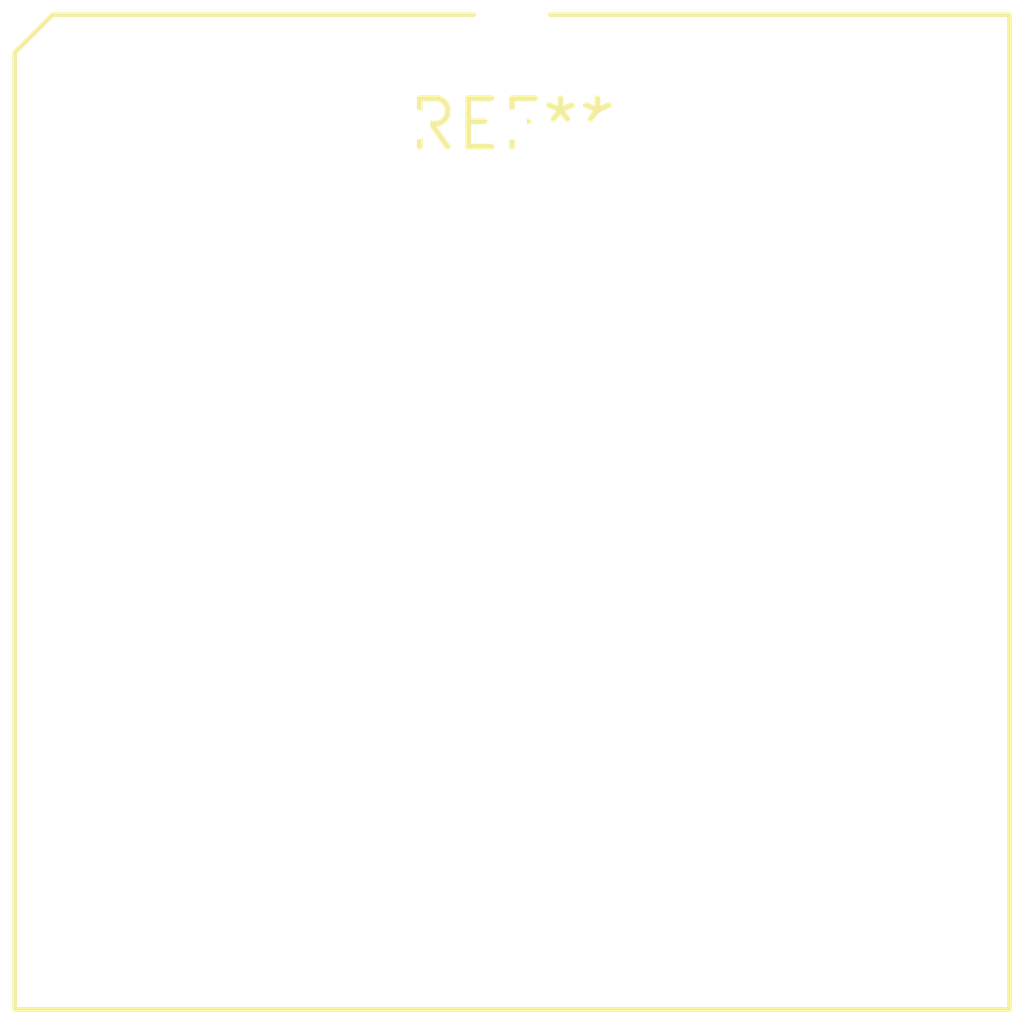
<source format=kicad_pcb>
(kicad_pcb (version 20240108) (generator pcbnew)
  (layers (0 "F.Cu" signal) (31 "B.Cu" signal) (34 "B.Paste" user) (35 "F.Paste" user) (36 "B.SilkS" user "B.Silkscreen") (37 "F.SilkS" user "F.Silkscreen") (38 "B.Mask" user) (39 "F.Mask" user) (44 "Edge.Cuts" user))
  (net 0 "")
  (footprint "PLCC-52_THT-Socket" (layer "F.Cu") (at 0 0)
    (property "Reference" "REF**")
    (property "Value" "PLCC-52_THT-Socket")
    (fp_line (start -13.04 -1.88) (end -13.04 23.2) (layer "F.SilkS") (stroke (width 0.12)))
    (fp_line (start -13.04 23.2) (end 13.04 23.2) (layer "F.SilkS") (stroke (width 0.12)))
    (fp_line (start -12.04 -2.88) (end -13.04 -1.88) (layer "F.SilkS") (stroke (width 0.12)))
    (fp_line (start -1 -2.88) (end -12.04 -2.88) (layer "F.SilkS") (stroke (width 0.12)))
    (fp_line (start 13.04 -2.88) (end 1 -2.88) (layer "F.SilkS") (stroke (width 0.12)))
    (fp_line (start 13.04 23.2) (end 13.04 -2.88) (layer "F.SilkS") (stroke (width 0.12)))
    (pad "1" thru_hole rect (at 0 0) (size 1.4224 1.4224) (drill 0.8) (layers *.Cu *.Mask) (remove_unused_layers))
    (pad "2" thru_hole circle (at 0 2.54) (size 1.4224 1.4224) (drill 0.8) (layers *.Cu *.Mask) (remove_unused_layers))
    (pad "3" thru_hole circle (at -2.54 0) (size 1.4224 1.4224) (drill 0.8) (layers *.Cu *.Mask) (remove_unused_layers))
    (pad "4" thru_hole circle (at -2.54 2.54) (size 1.4224 1.4224) (drill 0.8) (layers *.Cu *.Mask) (remove_unused_layers))
    (pad "5" thru_hole circle (at -5.08 0) (size 1.4224 1.4224) (drill 0.8) (layers *.Cu *.Mask) (remove_unused_layers))
    (pad "6" thru_hole circle (at -5.08 2.54) (size 1.4224 1.4224) (drill 0.8) (layers *.Cu *.Mask) (remove_unused_layers))
    (pad "7" thru_hole circle (at -7.62 0) (size 1.4224 1.4224) (drill 0.8) (layers *.Cu *.Mask) (remove_unused_layers))
    (pad "8" thru_hole circle (at -10.16 2.54) (size 1.4224 1.4224) (drill 0.8) (layers *.Cu *.Mask) (remove_unused_layers))
    (pad "9" thru_hole circle (at -7.62 2.54) (size 1.4224 1.4224) (drill 0.8) (layers *.Cu *.Mask) (remove_unused_layers))
    (pad "10" thru_hole circle (at -10.16 5.08) (size 1.4224 1.4224) (drill 0.8) (layers *.Cu *.Mask) (remove_unused_layers))
    (pad "11" thru_hole circle (at -7.62 5.08) (size 1.4224 1.4224) (drill 0.8) (layers *.Cu *.Mask) (remove_unused_layers))
    (pad "12" thru_hole circle (at -10.16 7.62) (size 1.4224 1.4224) (drill 0.8) (layers *.Cu *.Mask) (remove_unused_layers))
    (pad "13" thru_hole circle (at -7.62 7.62) (size 1.4224 1.4224) (drill 0.8) (layers *.Cu *.Mask) (remove_unused_layers))
    (pad "14" thru_hole circle (at -10.16 10.16) (size 1.4224 1.4224) (drill 0.8) (layers *.Cu *.Mask) (remove_unused_layers))
    (pad "15" thru_hole circle (at -7.62 10.16) (size 1.4224 1.4224) (drill 0.8) (layers *.Cu *.Mask) (remove_unused_layers))
    (pad "16" thru_hole circle (at -10.16 12.7) (size 1.4224 1.4224) (drill 0.8) (layers *.Cu *.Mask) (remove_unused_layers))
    (pad "17" thru_hole circle (at -7.62 12.7) (size 1.4224 1.4224) (drill 0.8) (layers *.Cu *.Mask) (remove_unused_layers))
    (pad "18" thru_hole circle (at -10.16 15.24) (size 1.4224 1.4224) (drill 0.8) (layers *.Cu *.Mask) (remove_unused_layers))
    (pad "19" thru_hole circle (at -7.62 15.24) (size 1.4224 1.4224) (drill 0.8) (layers *.Cu *.Mask) (remove_unused_layers))
    (pad "20" thru_hole circle (at -10.16 17.78) (size 1.4224 1.4224) (drill 0.8) (layers *.Cu *.Mask) (remove_unused_layers))
    (pad "21" thru_hole circle (at -7.62 20.32) (size 1.4224 1.4224) (drill 0.8) (layers *.Cu *.Mask) (remove_unused_layers))
    (pad "22" thru_hole circle (at -7.62 17.78) (size 1.4224 1.4224) (drill 0.8) (layers *.Cu *.Mask) (remove_unused_layers))
    (pad "23" thru_hole circle (at -5.08 20.32) (size 1.4224 1.4224) (drill 0.8) (layers *.Cu *.Mask) (remove_unused_layers))
    (pad "24" thru_hole circle (at -5.08 17.78) (size 1.4224 1.4224) (drill 0.8) (layers *.Cu *.Mask) (remove_unused_layers))
    (pad "25" thru_hole circle (at -2.54 20.32) (size 1.4224 1.4224) (drill 0.8) (layers *.Cu *.Mask) (remove_unused_layers))
    (pad "26" thru_hole circle (at -2.54 17.78) (size 1.4224 1.4224) (drill 0.8) (layers *.Cu *.Mask) (remove_unused_layers))
    (pad "27" thru_hole circle (at 0 20.32) (size 1.4224 1.4224) (drill 0.8) (layers *.Cu *.Mask) (remove_unused_layers))
    (pad "28" thru_hole circle (at 0 17.78) (size 1.4224 1.4224) (drill 0.8) (layers *.Cu *.Mask) (remove_unused_layers))
    (pad "29" thru_hole circle (at 2.54 20.32) (size 1.4224 1.4224) (drill 0.8) (layers *.Cu *.Mask) (remove_unused_layers))
    (pad "30" thru_hole circle (at 2.54 17.78) (size 1.4224 1.4224) (drill 0.8) (layers *.Cu *.Mask) (remove_unused_layers))
    (pad "31" thru_hole circle (at 5.08 20.32) (size 1.4224 1.4224) (drill 0.8) (layers *.Cu *.Mask) (remove_unused_layers))
    (pad "32" thru_hole circle (at 5.08 17.78) (size 1.4224 1.4224) (drill 0.8) (layers *.Cu *.Mask) (remove_unused_layers))
    (pad "33" thru_hole circle (at 7.62 20.32) (size 1.4224 1.4224) (drill 0.8) (layers *.Cu *.Mask) (remove_unused_layers))
    (pad "34" thru_hole circle (at 10.16 17.78) (size 1.4224 1.4224) (drill 0.8) (layers *.Cu *.Mask) (remove_unused_layers))
    (pad "35" thru_hole circle (at 7.62 17.78) (size 1.4224 1.4224) (drill 0.8) (layers *.Cu *.Mask) (remove_unused_layers))
    (pad "36" thru_hole circle (at 10.16 15.24) (size 1.4224 1.4224) (drill 0.8) (layers *.Cu *.Mask) (remove_unused_layers))
    (pad "37" thru_hole circle (at 7.62 15.24) (size 1.4224 1.4224) (drill 0.8) (layers *.Cu *.Mask) (remove_unused_layers))
    (pad "38" thru_hole circle (at 10.16 12.7) (size 1.4224 1.4224) (drill 0.8) (layers *.Cu *.Mask) (remove_unused_layers))
    (pad "39" thru_hole circle (at 7.62 12.7) (size 1.4224 1.4224) (drill 0.8) (layers *.Cu *.Mask) (remove_unused_layers))
    (pad "40" thru_hole circle (at 10.16 10.16) (size 1.4224 1.4224) (drill 0.8) (layers *.Cu *.Mask) (remove_unused_layers))
    (pad "41" thru_hole circle (at 7.62 10.16) (size 1.4224 1.4224) (drill 0.8) (layers *.Cu *.Mask) (remove_unused_layers))
    (pad "42" thru_hole circle (at 10.16 7.62) (size 1.4224 1.4224) (drill 0.8) (layers *.Cu *.Mask) (remove_unused_layers))
    (pad "43" thru_hole circle (at 7.62 7.62) (size 1.4224 1.4224) (drill 0.8) (layers *.Cu *.Mask) (remove_unused_layers))
    (pad "44" thru_hole circle (at 10.16 5.08) (size 1.4224 1.4224) (drill 0.8) (layers *.Cu *.Mask) (remove_unused_layers))
    (pad "45" thru_hole circle (at 7.62 5.08) (size 1.4224 1.4224) (drill 0.8) (layers *.Cu *.Mask) (remove_unused_layers))
    (pad "46" thru_hole circle (at 10.16 2.54) (size 1.4224 1.4224) (drill 0.8) (layers *.Cu *.Mask) (remove_unused_layers))
    (pad "47" thru_hole circle (at 7.62 0) (size 1.4224 1.4224) (drill 0.8) (layers *.Cu *.Mask) (remove_unused_layers))
    (pad "48" thru_hole circle (at 7.62 2.54) (size 1.4224 1.4224) (drill 0.8) (layers *.Cu *.Mask) (remove_unused_layers))
    (pad "49" thru_hole circle (at 5.08 0) (size 1.4224 1.4224) (drill 0.8) (layers *.Cu *.Mask) (remove_unused_layers))
    (pad "50" thru_hole circle (at 5.08 2.54) (size 1.4224 1.4224) (drill 0.8) (layers *.Cu *.Mask) (remove_unused_layers))
    (pad "51" thru_hole circle (at 2.54 0) (size 1.4224 1.4224) (drill 0.8) (layers *.Cu *.Mask) (remove_unused_layers))
    (pad "52" thru_hole circle (at 2.54 2.54) (size 1.4224 1.4224) (drill 0.8) (layers *.Cu *.Mask) (remove_unused_layers))
  )
)
</source>
